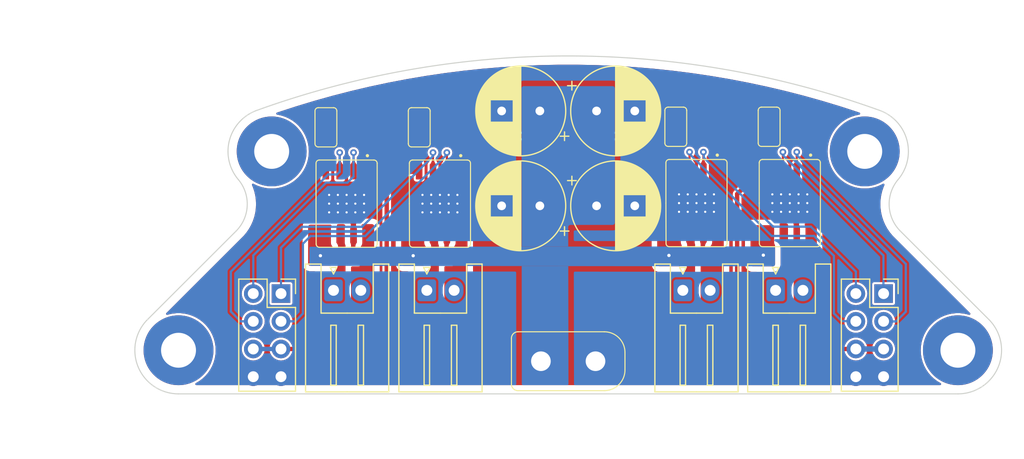
<source format=kicad_pcb>
(kicad_pcb (version 20240108) (generator "pcbnew") (generator_version "8.0")
  (layers (0 "F.Cu" signal) (31 "B.Cu" signal) (34 "B.Paste" user) (35 "F.Paste" user) (36 "B.SilkS" user "B.Silkscreen") (37 "F.SilkS" user "F.Silkscreen") (38 "B.Mask" user) (39 "F.Mask" user) (44 "Edge.Cuts" user))
  (net 0 "")
  (net 1 "+12V")
  (net 2 "GNDREF")
  (net 3 "+5V FILT")
  (net 4 "FL IN 2")
  (net 5 "FL IN 1")
  (net 6 "/FL OUT 2")
  (net 7 "/FL OUT 1")
  (net 8 "/FR OUT 2")
  (net 9 "/FR OUT 1")
  (net 10 "FR IN 2")
  (net 11 "FR IN 1")
  (net 12 "BL IN 1")
  (net 13 "BL IN 2")
  (net 14 "/BL OUT 2")
  (net 15 "/BL OUT 1")
  (net 16 "BR IN 2")
  (net 17 "/BR OUT 1")
  (net 18 "/BR OUT 2")
  (net 19 "BR IN 1")
  (footprint "MountingHole:MountingHole_3.2mm_M3_Pad" (layer "F.Cu") (at 172.878175 112.87767)
    (property "Reference" "H4" (hide yes))
    (property "Value" "MountingHole")
    (pad "1" thru_hole circle (at 0 0) (size 6.4 6.4) (drill 3.2) (layers "*.Cu" "*.Mask"))
  )
  (footprint "Library:xt30-f" (layer "F.Cu") (at 137.180978 113.883123)
    (property "Reference" "J7" (hide yes))
    (property "Value" "Conn_01x02" (hide yes))
    (pad "1" thru_hole roundrect (at -2.5 0 180) (size 3 3) (drill 1.8) (layers "*.Cu" "*.Mask" "Dwgs.User") (roundrect_rratio 0.1) (net 1 "+12V"))
    (pad "2" thru_hole circle (at 2.5 0 180) (size 3 3) (drill 1.8) (layers "*.Cu" "*.Mask") (net 2 "GNDREF"))
  )
  (footprint "Library:P-HSOP8-0405-1p27-001_TOS" (layer "F.Cu") (at 125.430978 99.433123 -90)
    (property "Reference" "IC4" (hide yes))
    (property "Value" "TB67H450FNG,EL" (hide yes))
    (pad "1" smd roundrect (at -2.920999 -1.905) (size 0.6 1.4) (layers "F.Cu" "F.Paste" "F.Mask") (roundrect_rratio 0.1) (net 2 "GNDREF"))
    (pad "2" smd roundrect (at -2.921 -0.635) (size 0.6 1.4) (layers "F.Cu" "F.Paste" "F.Mask") (roundrect_rratio 0.1) (net 16 "BR IN 2"))
    (pad "3" smd roundrect (at -2.921 0.635) (size 0.6 1.4) (layers "F.Cu" "F.Paste" "F.Mask") (roundrect_rratio 0.1) (net 19 "BR IN 1"))
    (pad "4" smd roundrect (at -2.920999 1.905) (size 0.6 1.4) (layers "F.Cu" "F.Paste" "F.Mask") (roundrect_rratio 0.1) (net 3 "+5V FILT"))
    (pad "5" smd roundrect (at 2.920999 1.905 180) (size 0.6 1.4) (layers "F.Cu" "F.Paste" "F.Mask") (roundrect_rratio 0.1) (net 1 "+12V"))
    (pad "6" smd roundrect (at 2.921 0.635 180) (size 0.6 1.4) (layers "F.Cu" "F.Paste" "F.Mask") (roundrect_rratio 0.1) (net 17 "/BR OUT 1"))
    (pad "7" smd roundrect (at 2.921 -0.635 180) (size 0.6 1.4) (layers "F.Cu" "F.Paste" "F.Mask") (roundrect_rratio 0.1) (net 2 "GNDREF"))
    (pad "8" smd roundrect (at 2.920999 -1.905 180) (size 0.6 1.4) (layers "F.Cu" "F.Paste" "F.Mask") (roundrect_rratio 0.1) (net 18 "/BR OUT 2"))
    (pad "9" thru_hole circle (at -0.8 -1.6 270) (size 0.4 0.4) (drill 0.2) (layers "*.Cu" "*.Mask") (net 2 "GNDREF"))
    (pad "9" thru_hole circle (at -0.8 -0.8 270) (size 0.4 0.4) (drill 0.2) (layers "*.Cu" "*.Mask") (net 2 "GNDREF"))
    (pad "9" thru_hole circle (at -0.8 0.8 90) (size 0.4 0.4) (drill 0.2) (layers "*.Cu" "*.Mask") (net 2 "GNDREF"))
    (pad "9" thru_hole circle (at -0.8 1.6 90) (size 0.4 0.4) (drill 0.2) (layers "*.Cu" "*.Mask") (net 2 "GNDREF"))
    (pad "9" thru_hole circle (at -0.799999 0 270) (size 0.4 0.4) (drill 0.2) (layers "*.Cu" "*.Mask") (net 2 "GNDREF"))
    (pad "9" thru_hole circle (at 0 -1.6 270) (size 0.4 0.4) (drill 0.2) (layers "*.Cu" "*.Mask") (net 2 "GNDREF"))
    (pad "9" thru_hole circle (at 0 -0.799999 270) (size 0.4 0.4) (drill 0.2) (layers "*.Cu" "*.Mask") (net 2 "GNDREF"))
    (pad "9" thru_hole circle (at 0 0 270) (size 0.4 0.4) (drill 0.2) (layers "*.Cu" "*.Mask") (net 2 "GNDREF"))
    (pad "9" smd roundrect (at 0 0 270) (size 2.4 4) (layers "F.Cu" "F.Paste" "F.Mask") (roundrect_rratio 0.1) (net 2 "GNDREF"))
    (pad "9" thru_hole circle (at 0 0.799999 90) (size 0.4 0.4) (drill 0.2) (layers "*.Cu" "*.Mask") (net 2 "GNDREF"))
    (pad "9" thru_hole circle (at 0 1.6 90) (size 0.4 0.4) (drill 0.2) (layers "*.Cu" "*.Mask") (net 2 "GNDREF"))
    (pad "9" thru_hole circle (at 0.799999 0 270) (size 0.4 0.4) (drill 0.2) (layers "*.Cu" "*.Mask") (net 2 "GNDREF"))
    (pad "9" thru_hole circle (at 0.8 -1.6 270) (size 0.4 0.4) (drill 0.2) (layers "*.Cu" "*.Mask") (net 2 "GNDREF"))
    (pad "9" thru_hole circle (at 0.8 -0.8 270) (size 0.4 0.4) (drill 0.2) (layers "*.Cu" "*.Mask") (net 2 "GNDREF"))
    (pad "9" thru_hole circle (at 0.8 0.8 90) (size 0.4 0.4) (drill 0.2) (layers "*.Cu" "*.Mask") (net 2 "GNDREF"))
    (pad "9" thru_hole circle (at 0.8 1.6 90) (size 0.4 0.4) (drill 0.2) (layers "*.Cu" "*.Mask") (net 2 "GNDREF"))
  )
  (footprint "Connector_JST:JST_XH_S2B-XH-A_1x02_P2.50mm_Horizontal" (layer "F.Cu") (at 115.680978 107.383123)
    (property "Reference" "J5" (hide yes))
    (property "Value" "BL")
    (pad "1" thru_hole roundrect (at 0 0) (size 1.7 2) (drill 1) (layers "*.Cu" "*.Mask") (roundrect_rratio 0.147059) (net 15 "/BL OUT 1"))
    (pad "2" thru_hole oval (at 2.5 0) (size 1.7 2) (drill 1) (layers "*.Cu" "*.Mask") (net 14 "/BL OUT 2"))
  )
  (footprint "Library:P-HSOP8-0405-1p27-001_TOS" (layer "F.Cu") (at 157.480978 99.383123 -90)
    (property "Reference" "IC2" (hide yes))
    (property "Value" "TB67H450FNG,EL" (hide yes))
    (pad "1" smd roundrect (at -2.920999 -1.905) (size 0.6 1.4) (layers "F.Cu" "F.Paste" "F.Mask") (roundrect_rratio 0.1) (net 2 "GNDREF"))
    (pad "2" smd roundrect (at -2.921 -0.635) (size 0.6 1.4) (layers "F.Cu" "F.Paste" "F.Mask") (roundrect_rratio 0.1) (net 10 "FR IN 2"))
    (pad "3" smd roundrect (at -2.921 0.635) (size 0.6 1.4) (layers "F.Cu" "F.Paste" "F.Mask") (roundrect_rratio 0.1) (net 11 "FR IN 1"))
    (pad "4" smd roundrect (at -2.920999 1.905) (size 0.6 1.4) (layers "F.Cu" "F.Paste" "F.Mask") (roundrect_rratio 0.1) (net 3 "+5V FILT"))
    (pad "5" smd roundrect (at 2.920999 1.905 180) (size 0.6 1.4) (layers "F.Cu" "F.Paste" "F.Mask") (roundrect_rratio 0.1) (net 1 "+12V"))
    (pad "6" smd roundrect (at 2.921 0.635 180) (size 0.6 1.4) (layers "F.Cu" "F.Paste" "F.Mask") (roundrect_rratio 0.1) (net 9 "/FR OUT 1"))
    (pad "7" smd roundrect (at 2.921 -0.635 180) (size 0.6 1.4) (layers "F.Cu" "F.Paste" "F.Mask") (roundrect_rratio 0.1) (net 2 "GNDREF"))
    (pad "8" smd roundrect (at 2.920999 -1.905 180) (size 0.6 1.4) (layers "F.Cu" "F.Paste" "F.Mask") (roundrect_rratio 0.1) (net 8 "/FR OUT 2"))
    (pad "9" thru_hole circle (at -0.8 -1.6 270) (size 0.4 0.4) (drill 0.2) (layers "*.Cu" "*.Mask") (net 2 "GNDREF"))
    (pad "9" thru_hole circle (at -0.8 -0.8 270) (size 0.4 0.4) (drill 0.2) (layers "*.Cu" "*.Mask") (net 2 "GNDREF"))
    (pad "9" thru_hole circle (at -0.8 0.8 90) (size 0.4 0.4) (drill 0.2) (layers "*.Cu" "*.Mask") (net 2 "GNDREF"))
    (pad "9" thru_hole circle (at -0.8 1.6 90) (size 0.4 0.4) (drill 0.2) (layers "*.Cu" "*.Mask") (net 2 "GNDREF"))
    (pad "9" thru_hole circle (at -0.799999 0 270) (size 0.4 0.4) (drill 0.2) (layers "*.Cu" "*.Mask") (net 2 "GNDREF"))
    (pad "9" thru_hole circle (at 0 -1.6 270) (size 0.4 0.4) (drill 0.2) (layers "*.Cu" "*.Mask") (net 2 "GNDREF"))
    (pad "9" thru_hole circle (at 0 -0.799999 270) (size 0.4 0.4) (drill 0.2) (layers "*.Cu" "*.Mask") (net 2 "GNDREF"))
    (pad "9" thru_hole circle (at 0 0 270) (size 0.4 0.4) (drill 0.2) (layers "*.Cu" "*.Mask") (net 2 "GNDREF"))
    (pad "9" smd roundrect (at 0 0 270) (size 2.4 4) (layers "F.Cu" "F.Paste" "F.Mask") (roundrect_rratio 0.1) (net 2 "GNDREF"))
    (pad "9" thru_hole circle (at 0 0.799999 90) (size 0.4 0.4) (drill 0.2) (layers "*.Cu" "*.Mask") (net 2 "GNDREF"))
    (pad "9" thru_hole circle (at 0 1.6 90) (size 0.4 0.4) (drill 0.2) (layers "*.Cu" "*.Mask") (net 2 "GNDREF"))
    (pad "9" thru_hole circle (at 0.799999 0 270) (size 0.4 0.4) (drill 0.2) (layers "*.Cu" "*.Mask") (net 2 "GNDREF"))
    (pad "9" thru_hole circle (at 0.8 -1.6 270) (size 0.4 0.4) (drill 0.2) (layers "*.Cu" "*.Mask") (net 2 "GNDREF"))
    (pad "9" thru_hole circle (at 0.8 -0.8 270) (size 0.4 0.4) (drill 0.2) (layers "*.Cu" "*.Mask") (net 2 "GNDREF"))
    (pad "9" thru_hole circle (at 0.8 0.8 90) (size 0.4 0.4) (drill 0.2) (layers "*.Cu" "*.Mask") (net 2 "GNDREF"))
    (pad "9" thru_hole circle (at 0.8 1.6 90) (size 0.4 0.4) (drill 0.2) (layers "*.Cu" "*.Mask") (net 2 "GNDREF"))
  )
  (footprint "Capacitor_THT:CP_Radial_D8.0mm_P3.50mm" (layer "F.Cu") (at 134.583629 90.933123 180)
    (property "Reference" "C1" (hide yes))
    (property "Value" "100u")
    (pad "1" thru_hole rect (at 0 0 180) (size 1.6 1.6) (drill 0.8) (layers "*.Cu" "*.Mask") (net 1 "+12V"))
    (pad "2" thru_hole circle (at 3.5 0 180) (size 1.6 1.6) (drill 0.8) (layers "*.Cu" "*.Mask") (net 2 "GNDREF"))
  )
  (footprint "Library:P-HSOP8-0405-1p27-001_TOS" (layer "F.Cu") (at 116.880978 99.433123 -90)
    (property "Reference" "IC3" (hide yes))
    (property "Value" "TB67H450FNG,EL" (hide yes))
    (pad "1" smd roundrect (at -2.920999 -1.905) (size 0.6 1.4) (layers "F.Cu" "F.Paste" "F.Mask") (roundrect_rratio 0.1) (net 2 "GNDREF"))
    (pad "2" smd roundrect (at -2.921 -0.635) (size 0.6 1.4) (layers "F.Cu" "F.Paste" "F.Mask") (roundrect_rratio 0.1) (net 13 "BL IN 2"))
    (pad "3" smd roundrect (at -2.921 0.635) (size 0.6 1.4) (layers "F.Cu" "F.Paste" "F.Mask") (roundrect_rratio 0.1) (net 12 "BL IN 1"))
    (pad "4" smd roundrect (at -2.920999 1.905) (size 0.6 1.4) (layers "F.Cu" "F.Paste" "F.Mask") (roundrect_rratio 0.1) (net 3 "+5V FILT"))
    (pad "5" smd roundrect (at 2.920999 1.905 180) (size 0.6 1.4) (layers "F.Cu" "F.Paste" "F.Mask") (roundrect_rratio 0.1) (net 1 "+12V"))
    (pad "6" smd roundrect (at 2.921 0.635 180) (size 0.6 1.4) (layers "F.Cu" "F.Paste" "F.Mask") (roundrect_rratio 0.1) (net 15 "/BL OUT 1"))
    (pad "7" smd roundrect (at 2.921 -0.635 180) (size 0.6 1.4) (layers "F.Cu" "F.Paste" "F.Mask") (roundrect_rratio 0.1) (net 2 "GNDREF"))
    (pad "8" smd roundrect (at 2.920999 -1.905 180) (size 0.6 1.4) (layers "F.Cu" "F.Paste" "F.Mask") (roundrect_rratio 0.1) (net 14 "/BL OUT 2"))
    (pad "9" thru_hole circle (at -0.8 -1.6 270) (size 0.4 0.4) (drill 0.2) (layers "*.Cu" "*.Mask") (net 2 "GNDREF"))
    (pad "9" thru_hole circle (at -0.8 -0.8 270) (size 0.4 0.4) (drill 0.2) (layers "*.Cu" "*.Mask") (net 2 "GNDREF"))
    (pad "9" thru_hole circle (at -0.8 0.8 90) (size 0.4 0.4) (drill 0.2) (layers "*.Cu" "*.Mask") (net 2 "GNDREF"))
    (pad "9" thru_hole circle (at -0.8 1.6 90) (size 0.4 0.4) (drill 0.2) (layers "*.Cu" "*.Mask") (net 2 "GNDREF"))
    (pad "9" thru_hole circle (at -0.799999 0 270) (size 0.4 0.4) (drill 0.2) (layers "*.Cu" "*.Mask") (net 2 "GNDREF"))
    (pad "9" thru_hole circle (at 0 -1.6 270) (size 0.4 0.4) (drill 0.2) (layers "*.Cu" "*.Mask") (net 2 "GNDREF"))
    (pad "9" thru_hole circle (at 0 -0.799999 270) (size 0.4 0.4) (drill 0.2) (layers "*.Cu" "*.Mask") (net 2 "GNDREF"))
    (pad "9" thru_hole circle (at 0 0 270) (size 0.4 0.4) (drill 0.2) (layers "*.Cu" "*.Mask") (net 2 "GNDREF"))
    (pad "9" smd roundrect (at 0 0 270) (size 2.4 4) (layers "F.Cu" "F.Paste" "F.Mask") (roundrect_rratio 0.1) (net 2 "GNDREF"))
    (pad "9" thru_hole circle (at 0 0.799999 90) (size 0.4 0.4) (drill 0.2) (layers "*.Cu" "*.Mask") (net 2 "GNDREF"))
    (pad "9" thru_hole circle (at 0 1.6 90) (size 0.4 0.4) (drill 0.2) (layers "*.Cu" "*.Mask") (net 2 "GNDREF"))
    (pad "9" thru_hole circle (at 0.799999 0 270) (size 0.4 0.4) (drill 0.2) (layers "*.Cu" "*.Mask") (net 2 "GNDREF"))
    (pad "9" thru_hole circle (at 0.8 -1.6 270) (size 0.4 0.4) (drill 0.2) (layers "*.Cu" "*.Mask") (net 2 "GNDREF"))
    (pad "9" thru_hole circle (at 0.8 -0.8 270) (size 0.4 0.4) (drill 0.2) (layers "*.Cu" "*.Mask") (net 2 "GNDREF"))
    (pad "9" thru_hole circle (at 0.8 0.8 90) (size 0.4 0.4) (drill 0.2) (layers "*.Cu" "*.Mask") (net 2 "GNDREF"))
    (pad "9" thru_hole circle (at 0.8 1.6 90) (size 0.4 0.4) (drill 0.2) (layers "*.Cu" "*.Mask") (net 2 "GNDREF"))
  )
  (footprint "Connector_PinSocket_2.54mm:PinSocket_2x04_P2.54mm_Vertical" (layer "F.Cu") (at 166.070978 107.683123)
    (property "Reference" "J1" (hide yes))
    (property "Value" "Power")
    (pad "1" thru_hole rect (at 0 0) (size 1.7 1.7) (drill 1) (layers "*.Cu" "*.Mask") (net 11 "FR IN 1"))
    (pad "2" thru_hole oval (at -2.54 0) (size 1.7 1.7) (drill 1) (layers "*.Cu" "*.Mask") (net 4 "FL IN 2"))
    (pad "3" thru_hole oval (at 0 2.54) (size 1.7 1.7) (drill 1) (layers "*.Cu" "*.Mask") (net 10 "FR IN 2"))
    (pad "4" thru_hole oval (at -2.54 2.54) (size 1.7 1.7) (drill 1) (layers "*.Cu" "*.Mask") (net 5 "FL IN 1"))
    (pad "5" thru_hole oval (at 0 5.08) (size 1.7 1.7) (drill 1) (layers "*.Cu" "*.Mask") (net 3 "+5V FILT"))
    (pad "6" thru_hole oval (at -2.54 5.08) (size 1.7 1.7) (drill 1) (layers "*.Cu" "*.Mask") (net 3 "+5V FILT"))
    (pad "7" thru_hole oval (at 0 7.62) (size 1.7 1.7) (drill 1) (layers "*.Cu" "*.Mask") (net 2 "GNDREF"))
    (pad "8" thru_hole oval (at -2.54 7.62) (size 1.7 1.7) (drill 1) (layers "*.Cu" "*.Mask") (net 2 "GNDREF"))
  )
  (footprint "Library:cap0603" (layer "F.Cu") (at 155.585978 92.383123 90)
    (property "Reference" "C4" (hide yes))
    (property "Value" "0u1" (hide yes))
    (pad "1" smd roundrect (at -0.799999 0 90) (size 1 1) (layers "F.Cu" "F.Paste" "F.Mask") (roundrect_rratio 0.1) (net 3 "+5V FILT"))
    (pad "2" smd roundrect (at 0.799999 0 90) (size 1 1) (layers "F.Cu" "F.Paste" "F.Mask") (roundrect_rratio 0.1) (net 2 "GNDREF"))
  )
  (footprint "MountingHole:MountingHole_3.2mm_M3_Pad" (layer "F.Cu") (at 110.01714 94.641476)
    (property "Reference" "H1" (hide yes))
    (property "Value" "MountingHole")
    (pad "1" thru_hole circle (at 0 0) (size 6.4 6.4) (drill 3.2) (layers "*.Cu" "*.Mask"))
  )
  (footprint "Capacitor_THT:CP_Radial_D8.0mm_P3.50mm" (layer "F.Cu") (at 134.583629 99.633123 180)
    (property "Reference" "C5" (hide yes))
    (property "Value" "100u")
    (pad "1" thru_hole rect (at 0 0 180) (size 1.6 1.6) (drill 0.8) (layers "*.Cu" "*.Mask") (net 1 "+12V"))
    (pad "2" thru_hole circle (at 3.5 0 180) (size 1.6 1.6) (drill 0.8) (layers "*.Cu" "*.Mask") (net 2 "GNDREF"))
  )
  (footprint "Library:cap0603" (layer "F.Cu") (at 114.985978 92.433123 90)
    (property "Reference" "C7" (hide yes))
    (property "Value" "0u1" (hide yes))
    (pad "1" smd roundrect (at -0.799999 0 90) (size 1 1) (layers "F.Cu" "F.Paste" "F.Mask") (roundrect_rratio 0.1) (net 3 "+5V FILT"))
    (pad "2" smd roundrect (at 0.799999 0 90) (size 1 1) (layers "F.Cu" "F.Paste" "F.Mask") (roundrect_rratio 0.1) (net 2 "GNDREF"))
  )
  (footprint "MountingHole:MountingHole_3.2mm_M3_Pad" (layer "F.Cu") (at 101.483781 112.87767)
    (property "Reference" "H3" (hide yes))
    (property "Value" "MountingHole")
    (pad "1" thru_hole circle (at 0 0) (size 6.4 6.4) (drill 3.2) (layers "*.Cu" "*.Mask"))
  )
  (footprint "Connector_JST:JST_XH_S2B-XH-A_1x02_P2.50mm_Horizontal" (layer "F.Cu") (at 156.180978 107.383123)
    (property "Reference" "J4" (hide yes))
    (property "Value" "FR")
    (pad "1" thru_hole roundrect (at 0 0) (size 1.7 2) (drill 1) (layers "*.Cu" "*.Mask") (roundrect_rratio 0.147059) (net 9 "/FR OUT 1"))
    (pad "2" thru_hole oval (at 2.5 0) (size 1.7 2) (drill 1) (layers "*.Cu" "*.Mask") (net 8 "/FR OUT 2"))
  )
  (footprint "Connector_PinSocket_2.54mm:PinSocket_2x04_P2.54mm_Vertical" (layer "F.Cu") (at 110.870978 107.683123)
    (property "Reference" "J2" (hide yes))
    (property "Value" "Signal")
    (pad "1" thru_hole rect (at 0 0) (size 1.7 1.7) (drill 1) (layers "*.Cu" "*.Mask") (net 19 "BR IN 1"))
    (pad "2" thru_hole oval (at -2.54 0) (size 1.7 1.7) (drill 1) (layers "*.Cu" "*.Mask") (net 13 "BL IN 2"))
    (pad "3" thru_hole oval (at 0 2.54) (size 1.7 1.7) (drill 1) (layers "*.Cu" "*.Mask") (net 16 "BR IN 2"))
    (pad "4" thru_hole oval (at -2.54 2.54) (size 1.7 1.7) (drill 1) (layers "*.Cu" "*.Mask") (net 12 "BL IN 1"))
    (pad "5" thru_hole oval (at 0 5.08) (size 1.7 1.7) (drill 1) (layers "*.Cu" "*.Mask") (net 3 "+5V FILT"))
    (pad "6" thru_hole oval (at -2.54 5.08) (size 1.7 1.7) (drill 1) (layers "*.Cu" "*.Mask") (net 3 "+5V FILT"))
    (pad "7" thru_hole oval (at 0 7.62) (size 1.7 1.7) (drill 1) (layers "*.Cu" "*.Mask") (net 2 "GNDREF"))
    (pad "8" thru_hole oval (at -2.54 7.62) (size 1.7 1.7) (drill 1) (layers "*.Cu" "*.Mask") (net 2 "GNDREF"))
  )
  (footprint "Connector_JST:JST_XH_S2B-XH-A_1x02_P2.50mm_Horizontal" (layer "F.Cu") (at 147.680978 107.383123)
    (property "Reference" "J3" (hide yes))
    (property "Value" "FL")
    (pad "1" thru_hole roundrect (at 0 0) (size 1.7 2) (drill 1) (layers "*.Cu" "*.Mask") (roundrect_rratio 0.147059) (net 7 "/FL OUT 1"))
    (pad "2" thru_hole oval (at 2.5 0) (size 1.7 2) (drill 1) (layers "*.Cu" "*.Mask") (net 6 "/FL OUT 2"))
  )
  (footprint "Capacitor_THT:CP_Radial_D8.0mm_P3.50mm" (layer "F.Cu") (at 139.778327 90.933123)
    (property "Reference" "C2" (hide yes))
    (property "Value" "100u")
    (pad "1" thru_hole rect (at 0 0) (size 1.6 1.6) (drill 0.8) (layers "*.Cu" "*.Mask") (net 1 "+12V"))
    (pad "2" thru_hole circle (at 3.5 0) (size 1.6 1.6) (drill 0.8) (layers "*.Cu" "*.Mask") (net 2 "GNDREF"))
  )
  (footprint "Library:cap0603" (layer "F.Cu") (at 147.035978 92.383123 90)
    (property "Reference" "C3" (hide yes))
    (property "Value" "0u1" (hide yes))
    (pad "1" smd roundrect (at -0.799999 0 90) (size 1 1) (layers "F.Cu" "F.Paste" "F.Mask") (roundrect_rratio 0.1) (net 3 "+5V FILT"))
    (pad "2" smd roundrect (at 0.799999 0 90) (size 1 1) (layers "F.Cu" "F.Paste" "F.Mask") (roundrect_rratio 0.1) (net 2 "GNDREF"))
  )
  (footprint "Library:P-HSOP8-0405-1p27-001_TOS" (layer "F.Cu") (at 148.930978 99.383123 -90)
    (property "Reference" "IC1" (hide yes))
    (property "Value" "TB67H450FNG,EL" (hide yes))
    (pad "1" smd roundrect (at -2.920999 -1.905) (size 0.6 1.4) (layers "F.Cu" "F.Paste" "F.Mask") (roundrect_rratio 0.1) (net 2 "GNDREF"))
    (pad "2" smd roundrect (at -2.921 -0.635) (size 0.6 1.4) (layers "F.Cu" "F.Paste" "F.Mask") (roundrect_rratio 0.1) (net 4 "FL IN 2"))
    (pad "3" smd roundrect (at -2.921 0.635) (size 0.6 1.4) (layers "F.Cu" "F.Paste" "F.Mask") (roundrect_rratio 0.1) (net 5 "FL IN 1"))
    (pad "4" smd roundrect (at -2.920999 1.905) (size 0.6 1.4) (layers "F.Cu" "F.Paste" "F.Mask") (roundrect_rratio 0.1) (net 3 "+5V FILT"))
    (pad "5" smd roundrect (at 2.920999 1.905 180) (size 0.6 1.4) (layers "F.Cu" "F.Paste" "F.Mask") (roundrect_rratio 0.1) (net 1 "+12V"))
    (pad "6" smd roundrect (at 2.921 0.635 180) (size 0.6 1.4) (layers "F.Cu" "F.Paste" "F.Mask") (roundrect_rratio 0.1) (net 7 "/FL OUT 1"))
    (pad "7" smd roundrect (at 2.921 -0.635 180) (size 0.6 1.4) (layers "F.Cu" "F.Paste" "F.Mask") (roundrect_rratio 0.1) (net 2 "GNDREF"))
    (pad "8" smd roundrect (at 2.920999 -1.905 180) (size 0.6 1.4) (layers "F.Cu" "F.Paste" "F.Mask") (roundrect_rratio 0.1) (net 6 "/FL OUT 2"))
    (pad "9" thru_hole circle (at -0.8 -1.6 270) (size 0.4 0.4) (drill 0.2) (layers "*.Cu" "*.Mask") (net 2 "GNDREF"))
    (pad "9" thru_hole circle (at -0.8 -0.8 270) (size 0.4 0.4) (drill 0.2) (layers "*.Cu" "*.Mask") (net 2 "GNDREF"))
    (pad "9" thru_hole circle (at -0.8 0.8 90) (size 0.4 0.4) (drill 0.2) (layers "*.Cu" "*.Mask") (net 2 "GNDREF"))
    (pad "9" thru_hole circle (at -0.8 1.6 90) (size 0.4 0.4) (drill 0.2) (layers "*.Cu" "*.Mask") (net 2 "GNDREF"))
    (pad "9" thru_hole circle (at -0.799999 0 270) (size 0.4 0.4) (drill 0.2) (layers "*.Cu" "*.Mask") (net 2 "GNDREF"))
    (pad "9" thru_hole circle (at 0 -1.6 270) (size 0.4 0.4) (drill 0.2) (layers "*.Cu" "*.Mask") (net 2 "GNDREF"))
    (pad "9" thru_hole circle (at 0 -0.799999 270) (size 0.4 0.4) (drill 0.2) (layers "*.Cu" "*.Mask") (net 2 "GNDREF"))
    (pad "9" thru_hole circle (at 0 0 270) (size 0.4 0.4) (drill 0.2) (layers "*.Cu" "*.Mask") (net 2 "GNDREF"))
    (pad "9" smd roundrect (at 0 0 270) (size 2.4 4) (layers "F.Cu" "F.Paste" "F.Mask") (roundrect_rratio 0.1) (net 2 "GNDREF"))
    (pad "9" thru_hole circle (at 0 0.799999 90) (size 0.4 0.4) (drill 0.2) (layers "*.Cu" "*.Mask") (net 2 "GNDREF"))
    (pad "9" thru_hole circle (at 0 1.6 90) (size 0.4 0.4) (drill 0.2) (layers "*.Cu" "*.Mask") (net 2 "GNDREF"))
    (pad "9" thru_hole circle (at 0.799999 0 270) (size 0.4 0.4) (drill 0.2) (layers "*.Cu" "*.Mask") (net 2 "GNDREF"))
    (pad "9" thru_hole circle (at 0.8 -1.6 270) (size 0.4 0.4) (drill 0.2) (layers "*.Cu" "*.Mask") (net 2 "GNDREF"))
    (pad "9" thru_hole circle (at 0.8 -0.8 270) (size 0.4 0.4) (drill 0.2) (layers "*.Cu" "*.Mask") (net 2 "GNDREF"))
    (pad "9" thru_hole circle (at 0.8 0.8 90) (size 0.4 0.4) (drill 0.2) (layers "*.Cu" "*.Mask") (net 2 "GNDREF"))
    (pad "9" thru_hole circle (at 0.8 1.6 90) (size 0.4 0.4) (drill 0.2) (layers "*.Cu" "*.Mask") (net 2 "GNDREF"))
  )
  (footprint "MountingHole:MountingHole_3.2mm_M3_Pad" (layer "F.Cu") (at 164.344816 94.641476)
    (property "Reference" "H2" (hide yes))
    (property "Value" "MountingHole")
    (pad "1" thru_hole circle (at 0 0) (size 6.4 6.4) (drill 3.2) (layers "*.Cu" "*.Mask"))
  )
  (footprint "Library:cap0603" (layer "F.Cu") (at 123.535978 92.433123 90)
    (property "Reference" "C8" (hide yes))
    (property "Value" "0u1" (hide yes))
    (pad "1" smd roundrect (at -0.799999 0 90) (size 1 1) (layers "F.Cu" "F.Paste" "F.Mask") (roundrect_rratio 0.1) (net 3 "+5V FILT"))
    (pad "2" smd roundrect (at 0.799999 0 90) (size 1 1) (layers "F.Cu" "F.Paste" "F.Mask") (roundrect_rratio 0.1) (net 2 "GNDREF"))
  )
  (footprint "Capacitor_THT:CP_Radial_D8.0mm_P3.50mm" (layer "F.Cu") (at 139.778327 99.633123)
    (property "Reference" "C6" (hide yes))
    (property "Value" "100u")
    (pad "1" thru_hole rect (at 0 0) (size 1.6 1.6) (drill 0.8) (layers "*.Cu" "*.Mask") (net 1 "+12V"))
    (pad "2" thru_hole circle (at 3.5 0) (size 1.6 1.6) (drill 0.8) (layers "*.Cu" "*.Mask") (net 2 "GNDREF"))
  )
  (footprint "Connector_JST:JST_XH_S2B-XH-A_1x02_P2.50mm_Horizontal" (layer "F.Cu") (at 124.230978 107.383123)
    (property "Reference" "J6" (hide yes))
    (property "Value" "BR")
    (pad "1" thru_hole roundrect (at 0 0) (size 1.7 2) (drill 1) (layers "*.Cu" "*.Mask") (roundrect_rratio 0.147059) (net 17 "/BR OUT 1"))
    (pad "2" thru_hole oval (at 2.5 0) (size 1.7 2) (drill 1) (layers "*.Cu" "*.Mask") (net 18 "/BR OUT 2"))
  )
  (gr_arc (start 101.483781 116.87767) (mid 97.788264 114.408406) (end 98.655354 110.049243) (stroke (width 0.1)) (layer "Edge.Cuts"))
  (gr_arc (start 108.658948 90.879121) (mid 137.180978 85.888575) (end 165.703009 90.879121) (stroke (width 0.1)) (layer "Edge.Cuts"))
  (gr_line (start 175.706602 110.049243) (end 167.605839 101.94848) (stroke (width 0.1)) (layer "Edge.Cuts"))
  (gr_circle (center 172.878175 112.87767) (end 172.878175 112.86767) (stroke (width 0.0001)) (fill solid) (layer "Edge.Cuts"))
  (gr_arc (start 165.703009 90.879121) (mid 168.208146 93.604899) (end 167.403961 97.218612) (stroke (width 0.1)) (layer "Edge.Cuts"))
  (gr_circle (center 164.344816 94.641476) (end 164.344816 94.631477) (stroke (width 0.0001)) (fill solid) (layer "Edge.Cuts"))
  (gr_arc (start 106.957996 97.218612) (mid 107.778047 99.622847) (end 106.756117 101.94848) (stroke (width 0.1)) (layer "Edge.Cuts"))
  (gr_line (start 101.483781 116.87767) (end 172.878175 116.87767) (stroke (width 0.1)) (layer "Edge.Cuts"))
  (gr_circle (center 101.483781 112.87767) (end 101.483781 112.86767) (stroke (width 0.0001)) (fill solid) (layer "Edge.Cuts"))
  (gr_circle (center 110.01714 94.641476) (end 110.01714 94.631476) (stroke (width 0.0001)) (fill solid) (layer "Edge.Cuts"))
  (gr_arc (start 175.706602 110.049243) (mid 176.573698 114.408408) (end 172.878175 116.87767) (stroke (width 0.1)) (layer "Edge.Cuts"))
  (gr_arc (start 106.957996 97.218612) (mid 106.153786 93.604897) (end 108.658948 90.879121) (stroke (width 0.1)) (layer "Edge.Cuts"))
  (gr_arc (start 167.605839 101.94848) (mid 166.583865 99.622849) (end 167.403961 97.218612) (stroke (width 0.1)) (layer "Edge.Cuts"))
  (gr_line (start 106.756117 101.94848) (end 98.655354 110.049243) (stroke (width 0.1)) (layer "Edge.Cuts"))
  (via (at 122.980978 104.208123) (size 0.6) (drill 0.3) (layers "F.Cu" "B.Cu") (net 1))
  (via (at 146.405978 104.183123) (size 0.6) (drill 0.3) (layers "F.Cu" "B.Cu") (net 1))
  (via (at 114.480978 104.208123) (size 0.6) (drill 0.3) (layers "F.Cu" "B.Cu") (net 1))
  (via (at 155.055978 104.158123) (size 0.6) (drill 0.3) (layers "F.Cu" "B.Cu") (net 1))
  (segment (start 155.735978 112.763123) (end 163.530978 112.763123) (width 0.4) (layer "F.Cu") (net 3))
  (segment (start 117.725978 112.763123) (end 110.870978 112.763123) (width 0.4) (layer "F.Cu") (net 3))
  (segment (start 155.575978 96.462124) (end 154.751977 96.462124) (width 0.4) (layer "F.Cu") (net 3))
  (segment (start 120.555978 98.183123) (end 120.555978 109.933123) (width 0.4) (layer "F.Cu") (net 3))
  (segment (start 155.305977 93.183122) (end 155.255977 93.233122) (width 0.5) (layer "F.Cu") (net 3))
  (segment (start 155.255977 93.233122) (end 114.985978 93.233122) (width 0.4) (layer "F.Cu") (net 3))
  (segment (start 147.035978 93.183122) (end 147.035978 96.452124) (width 0.4) (layer "F.Cu") (net 3))
  (segment (start 155.585978 93.183122) (end 155.585978 96.452124) (width 0.4) (layer "F.Cu") (net 3))
  (segment (start 123.525978 96.512124) (end 122.226977 96.512124) (width 0.4) (layer "F.Cu") (net 3))
  (segment (start 154.751977 96.462124) (end 152.655978 98.558123) (width 0.4) (layer "F.Cu") (net 3))
  (segment (start 120.555978 109.933123) (end 117.725978 112.763123) (width 0.4) (layer "F.Cu") (net 3))
  (segment (start 122.226977 96.512124) (end 120.555978 98.183123) (width 0.4) (layer "F.Cu") (net 3))
  (segment (start 123.535978 93.233122) (end 123.535978 96.502124) (width 0.4) (layer "F.Cu") (net 3))
  (segment (start 114.985978 93.233122) (end 114.985978 96.502124) (width 0.4) (layer "F.Cu") (net 3))
  (segment (start 155.585978 93.183122) (end 155.305977 93.183122) (width 0.5) (layer "F.Cu") (net 3))
  (segment (start 152.655978 98.558123) (end 152.655978 109.683123) (width 0.4) (layer "F.Cu") (net 3))
  (segment (start 152.655978 109.683123) (end 155.735978 112.763123) (width 0.4) (layer "F.Cu") (net 3))
  (segment (start 110.870978 112.763123) (end 108.330978 112.763123) (width 0.4) (layer "B.Cu") (net 3))
  (segment (start 166.070978 112.763123) (end 163.530978 112.763123) (width 0.5) (layer "B.Cu") (net 3))
  (segment (start 149.565978 96.462123) (end 149.565978 94.698123) (width 0.2) (layer "F.Cu") (net 4))
  (via (at 149.565978 94.698123) (size 0.6) (drill 0.3) (layers "F.Cu" "B.Cu") (net 4))
  (segment (start 155.940978 101.543123) (end 149.605978 95.208123) (width 0.2) (layer "B.Cu") (net 4))
  (segment (start 149.605978 95.208123) (end 149.605978 94.733123) (width 0.2) (layer "B.Cu") (net 4))
  (segment (start 163.530978 107.668123) (end 163.530978 105.662437) (width 0.2) (layer "B.Cu") (net 4))
  (segment (start 159.411664 101.543123) (end 155.940978 101.543123) (width 0.2) (layer "B.Cu") (net 4))
  (segment (start 163.530978 105.662437) (end 159.411664 101.543123) (width 0.2) (layer "B.Cu") (net 4))
  (segment (start 148.295978 96.462123) (end 148.295978 94.698123) (width 0.2) (layer "F.Cu") (net 5))
  (via (at 148.295978 94.698123) (size 0.6) (drill 0.3) (layers "F.Cu" "B.Cu") (net 5))
  (segment (start 155.815978 102.393123) (end 148.335978 94.913123) (width 0.2) (layer "B.Cu") (net 5))
  (segment (start 162.235978 110.208123) (end 161.520978 109.493123) (width 0.2) (layer "B.Cu") (net 5))
  (segment (start 161.520978 109.493123) (end 161.520978 104.218123) (width 0.2) (layer "B.Cu") (net 5))
  (segment (start 161.520978 104.218123) (end 159.695978 102.393123) (width 0.2) (layer "B.Cu") (net 5))
  (segment (start 163.530978 110.208123) (end 162.235978 110.208123) (width 0.2) (layer "B.Cu") (net 5))
  (segment (start 148.335978 94.913123) (end 148.335978 94.733123) (width 0.2) (layer "B.Cu") (net 5))
  (segment (start 159.695978 102.393123) (end 155.815978 102.393123) (width 0.2) (layer "B.Cu") (net 5))
  (segment (start 158.115978 96.462123) (end 158.115978 94.698123) (width 0.2) (layer "F.Cu") (net 10))
  (via (at 158.115978 94.698123) (size 0.6) (drill 0.3) (layers "F.Cu" "B.Cu") (net 10))
  (segment (start 158.140978 94.758123) (end 158.140978 95.003123) (width 0.2) (layer "B.Cu") (net 10))
  (segment (start 158.140978 95.003123) (end 168.105978 104.968123) (width 0.2) (layer "B.Cu") (net 10))
  (segment (start 167.215978 110.233123) (end 166.055978 110.233123) (width 0.2) (layer "B.Cu") (net 10))
  (segment (start 168.105978 104.968123) (end 168.105978 109.343123) (width 0.2) (layer "B.Cu") (net 10))
  (segment (start 168.105978 109.343123) (end 167.215978 110.233123) (width 0.2) (layer "B.Cu") (net 10))
  (segment (start 156.845978 96.462123) (end 156.845978 94.698123) (width 0.2) (layer "F.Cu") (net 11))
  (via (at 156.845978 94.698123) (size 0.6) (drill 0.3) (layers "F.Cu" "B.Cu") (net 11))
  (segment (start 166.055978 104.193123) (end 156.870978 95.008123) (width 0.2) (layer "B.Cu") (net 11))
  (segment (start 166.055978 107.693123) (end 166.055978 104.193123) (width 0.2) (layer "B.Cu") (net 11))
  (segment (start 156.870978 95.008123) (end 156.870978 94.758123) (width 0.2) (layer "B.Cu") (net 11))
  (segment (start 116.245978 96.512123) (end 116.245978 94.748123) (width 0.2) (layer "F.Cu") (net 12))
  (via (at 116.245978 94.748123) (size 0.6) (drill 0.3) (layers "F.Cu" "B.Cu") (net 12))
  (segment (start 115.190292 96.758123) (end 106.280978 105.667437) (width 0.2) (layer "B.Cu") (net 12))
  (segment (start 116.245978 94.748123) (end 116.245978 96.518123) (width 0.2) (layer "B.Cu") (net 12))
  (segment (start 116.245978 96.518123) (end 116.005978 96.758123) (width 0.2) (layer "B.Cu") (net 12))
  (segment (start 106.280978 105.667437) (end 106.280978 109.333123) (width 0.2) (layer "B.Cu") (net 12))
  (segment (start 107.170978 110.223123) (end 108.330978 110.223123) (width 0.2) (layer "B.Cu") (net 12))
  (segment (start 116.005978 96.758123) (end 115.190292 96.758123) (width 0.2) (layer "B.Cu") (net 12))
  (segment (start 106.280978 109.333123) (end 107.170978 110.223123) (width 0.2) (layer "B.Cu") (net 12))
  (segment (start 117.515978 96.512123) (end 117.515978 94.748123) (width 0.2) (layer "F.Cu") (net 13))
  (via (at 117.515978 94.748123) (size 0.6) (drill 0.3) (layers "F.Cu" "B.Cu") (net 13))
  (segment (start 108.330978 104.183123) (end 115.005978 97.508123) (width 0.2) (layer "B.Cu") (net 13))
  (segment (start 108.330978 107.683123) (end 108.330978 104.183123) (width 0.2) (layer "B.Cu") (net 13))
  (segment (start 117.515978 96.948123) (end 117.515978 94.748123) (width 0.2) (layer "B.Cu") (net 13))
  (segment (start 115.005978 97.508123) (end 116.955978 97.508123) (width 0.2) (layer "B.Cu") (net 13))
  (segment (start 116.955978 97.508123) (end 117.515978 96.948123) (width 0.2) (layer "B.Cu") (net 13))
  (segment (start 126.065978 96.512123) (end 126.065978 94.748123) (width 0.2) (layer "F.Cu") (net 16))
  (via (at 126.065978 94.748123) (size 0.6) (drill 0.3) (layers "F.Cu" "B.Cu") (net 16))
  (segment (start 112.165978 110.223123) (end 112.880978 109.508123) (width 0.2) (layer "B.Cu") (net 16))
  (segment (start 112.880978 109.508123) (end 112.880978 103.108123) (width 0.2) (layer "B.Cu") (net 16))
  (segment (start 112.880978 103.108123) (end 113.580978 102.408123) (width 0.2) (layer "B.Cu") (net 16))
  (segment (start 118.580978 102.408123) (end 126.065978 94.923123) (width 0.2) (layer "B.Cu") (net 16))
  (segment (start 110.870978 110.223123) (end 112.165978 110.223123) (width 0.2) (layer "B.Cu") (net 16))
  (segment (start 113.580978 102.408123) (end 118.580978 102.408123) (width 0.2) (layer "B.Cu") (net 16))
  (segment (start 126.065978 94.923123) (end 126.065978 94.748123) (width 0.2) (layer "B.Cu") (net 16))
  (segment (start 124.795978 96.512123) (end 124.795978 94.748123) (width 0.2) (layer "F.Cu") (net 19))
  (via (at 124.795978 94.748123) (size 0.6) (drill 0.3) (layers "F.Cu" "B.Cu") (net 19))
  (segment (start 124.795978 95.068123) (end 124.795978 94.748123) (width 0.2) (layer "B.Cu") (net 19))
  (segment (start 112.780978 101.558123) (end 118.305978 101.558123) (width 0.2) (layer "B.Cu") (net 19))
  (segment (start 118.305978 101.558123) (end 124.795978 95.068123) (width 0.2) (layer "B.Cu") (net 19))
  (segment (start 110.870978 107.683123) (end 110.870978 103.468123) (width 0.2) (layer "B.Cu") (net 19))
  (segment (start 110.870978 103.468123) (end 112.780978 101.558123) (width 0.2) (layer "B.Cu") (net 19))
  (zone (net 1) (net_name "+12V") (layer "F.Cu") (priority 5) (connect_pads yes (clearance 0.5)) (min_thickness 0.2) (fill yes (thermal_gap 0.5) (thermal_bridge_width 0.5) (smoothing fillet) (radius 0.2))
    (polygon (pts (xy 113.355978 101.358123) (xy 115.605978 101.358123) (xy 115.605978 105.133123) (xy 113.355978 105.133123)))
  )
  (zone (net 15) (net_name "/BL OUT 1") (layer "F.Cu") (priority 3) (connect_pads yes (clearance 0.5)) (min_thickness 0.2) (fill yes (thermal_gap 0.5) (thermal_bridge_width 0.5) (smoothing fillet) (radius 0.2))
    (polygon (pts (xy 116.780978 101.308123) (xy 116.780978 108.833123) (xy 114.355978 108.833123) (xy 114.355978 106.033123) (xy 115.755978 106.033123) (xy 115.755978 101.308123)))
  )
  (zone (net 1) (net_name "+12V") (layer "F.Cu") (priority 5) (connect_pads yes (clearance 0.5)) (min_thickness 0.2) (fill yes (thermal_gap 0.5) (thermal_bridge_width 0.5) (smoothing fillet) (radius 0.2))
    (polygon (pts (xy 153.880978 101.408123) (xy 156.130978 101.408123) (xy 156.130978 105.183123) (xy 153.880978 105.183123)))
  )
  (zone (net 9) (net_name "/FR OUT 1") (layer "F.Cu") (priority 3) (connect_pads yes (clearance 0.5)) (min_thickness 0.2) (fill yes (thermal_gap 0.5) (thermal_bridge_width 0.5) (smoothing fillet) (radius 0.2))
    (polygon (pts (xy 157.330978 101.233123) (xy 157.330978 108.758123) (xy 154.905978 108.758123) (xy 154.905978 105.958123) (xy 156.305978 105.958123) (xy 156.305978 101.233123)))
  )
  (zone (net 1) (net_name "+12V") (layer "F.Cu") (priority 5) (connect_pads yes (clearance 0.5)) (min_thickness 0.2) (fill yes (thermal_gap 0.5) (thermal_bridge_width 0.5) (smoothing fillet) (radius 0.2))
    (polygon (pts (xy 121.880978 101.358123) (xy 124.130978 101.358123) (xy 124.130978 105.133123) (xy 121.880978 105.133123)))
  )
  (zone (net 17) (net_name "/BR OUT 1") (layer "F.Cu") (priority 3) (connect_pads yes (clearance 0.5)) (min_thickness 0.2) (fill yes (thermal_gap 0.5) (thermal_bridge_width 0.5) (smoothing fillet) (radius 0.2))
    (polygon (pts (xy 125.330978 101.283123) (xy 125.330978 108.808123) (xy 122.905978 108.808123) (xy 122.905978 106.008123) (xy 124.305978 106.008123) (xy 124.305978 101.283123)))
  )
  (zone (net 7) (net_name "/FL OUT 1") (layer "F.Cu") (priority 3) (connect_pads yes (clearance 0.5)) (min_thickness 0.2) (fill yes (thermal_gap 0.5) (thermal_bridge_width 0.5) (smoothing fillet) (radius 0.2))
    (polygon (pts (xy 148.805978 101.233123) (xy 148.805978 108.758123) (xy 146.380978 108.758123) (xy 146.380978 105.958123) (xy 147.780978 105.958123) (xy 147.780978 101.233123)))
  )
  (zone (net 6) (net_name "/FL OUT 2") (layer "F.Cu") (priority 2) (connect_pads yes (clearance 0.5)) (min_thickness 0.2) (fill yes (thermal_gap 0.5) (thermal_bridge_width 0.5) (smoothing fillet) (radius 0.2))
    (polygon (pts (xy 150.205978 101.233123) (xy 151.430978 101.233123) (xy 151.430978 108.758123) (xy 149.230978 108.758123) (xy 149.230978 105.108123) (xy 150.205978 105.108123)))
  )
  (zone (net 1) (net_name "+12V") (layer "F.Cu") (priority 5) (connect_pads yes (clearance 0.5)) (min_thickness 0.2) (fill yes (thermal_gap 0.5) (thermal_bridge_width 0.5) (smoothing fillet) (radius 0.2))
    (polygon (pts (xy 145.330978 101.383123) (xy 147.580978 101.383123) (xy 147.580978 105.183123) (xy 145.330978 105.183123)))
  )
  (zone (net 18) (net_name "/BR OUT 2") (layer "F.Cu") (priority 2) (connect_pads yes (clearance 0.5)) (min_thickness 0.2) (fill yes (thermal_gap 0.5) (thermal_bridge_width 0.5) (smoothing fillet) (radius 0.2))
    (polygon (pts (xy 126.730978 101.283123) (xy 127.955978 101.283123) (xy 127.955978 108.808123) (xy 125.755978 108.808123) (xy 125.755978 105.158123) (xy 126.730978 105.158123)))
  )
  (zone (net 8) (net_name "/FR OUT 2") (layer "F.Cu") (priority 2) (connect_pads yes (clearance 0.5)) (min_thickness 0.2) (fill yes (thermal_gap 0.5) (thermal_bridge_width 0.5) (smoothing fillet) (radius 0.2))
    (polygon (pts (xy 158.730978 101.233123) (xy 159.955978 101.233123) (xy 159.955978 108.758123) (xy 157.755978 108.758123) (xy 157.755978 105.108123) (xy 158.730978 105.108123)))
  )
  (zone (net 14) (net_name "/BL OUT 2") (layer "F.Cu") (priority 2) (connect_pads yes (clearance 0.5)) (min_thickness 0.2) (fill yes (thermal_gap 0.5) (thermal_bridge_width 0.5) (smoothing fillet) (radius 0.2))
    (polygon (pts (xy 118.180978 101.308123) (xy 119.405978 101.308123) (xy 119.405978 108.833123) (xy 117.205978 108.833123) (xy 117.205978 105.183123) (xy 118.180978 105.183123)))
  )
  (zone (net 2) (net_name "GNDREF") (layers "F&B.Cu") (connect_pads yes (clearance 0.2)) (min_thickness 0.2) (fill yes (thermal_gap 0.5) (thermal_bridge_width 0.5))
    (polygon (pts (xy 86.555978 80.758123) (xy 178.830978 80.808123) (xy 178.955978 122.858123) (xy 85.980978 122.883123) (xy 85.130978 80.758123)))
  )
  (zone (net 1) (net_name "+12V") (layer "B.Cu") (priority 1) (connect_pads yes (clearance 0.5)) (min_thickness 0.2) (fill yes (thermal_gap 0.5) (thermal_bridge_width 0.5) (smoothing fillet) (radius 0.2))
    (polygon (pts (xy 137.205978 116.333123) (xy 137.180978 101.383123) (xy 141.455978 101.383123) (xy 141.455978 88.658123) (xy 132.905978 88.658123) (xy 132.930978 116.333123)))
  )
  (zone (net 1) (net_name "+12V") (layer "B.Cu") (priority 4) (connect_pads yes (clearance 0.5)) (min_thickness 0.2) (fill yes (thermal_gap 0.5) (thermal_bridge_width 0.5) (smoothing fillet) (radius 0.2))
    (polygon (pts (xy 113.355978 103.383123) (xy 156.130978 103.358123) (xy 156.130978 105.183123) (xy 113.355978 105.133123)))
  )
)
</source>
